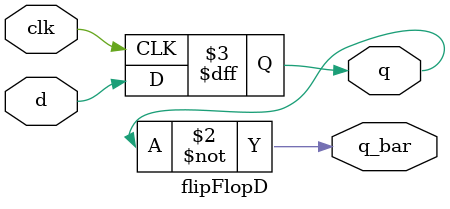
<source format=v>
module flipFlopD (
    input wire clk,    // Clock input
    input wire d,      // Data input
    output reg q,      // Q output
    output wire q_bar  // Q' (negated Q) output
);

    // Always block triggered on the rising edge of the clock
    always @(posedge clk) begin
        q <= d; // On the rising edge of the clock, q is assigned the value of d
    end

    // Assign q_bar as the negation of q
    assign q_bar = ~q;

endmodule
</source>
